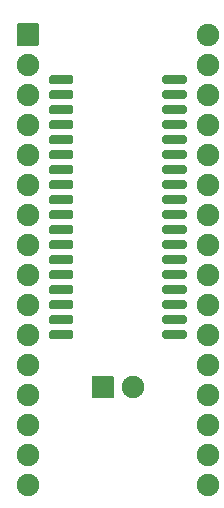
<source format=gts>
G04 #@! TF.GenerationSoftware,KiCad,Pcbnew,5.1.7-a382d34a8~87~ubuntu18.04.1*
G04 #@! TF.CreationDate,2020-10-26T15:35:19+00:00*
G04 #@! TF.ProjectId,ram_adapter_4l,72616d5f-6164-4617-9074-65725f346c2e,rev?*
G04 #@! TF.SameCoordinates,Original*
G04 #@! TF.FileFunction,Soldermask,Top*
G04 #@! TF.FilePolarity,Negative*
%FSLAX46Y46*%
G04 Gerber Fmt 4.6, Leading zero omitted, Abs format (unit mm)*
G04 Created by KiCad (PCBNEW 5.1.7-a382d34a8~87~ubuntu18.04.1) date 2020-10-26 15:35:19*
%MOMM*%
%LPD*%
G01*
G04 APERTURE LIST*
%ADD10O,1.900000X1.900000*%
%ADD11C,1.900000*%
G04 APERTURE END LIST*
D10*
X97790000Y-95885000D03*
G36*
G01*
X96100000Y-96835000D02*
X94400000Y-96835000D01*
G75*
G02*
X94300000Y-96735000I0J100000D01*
G01*
X94300000Y-95035000D01*
G75*
G02*
X94400000Y-94935000I100000J0D01*
G01*
X96100000Y-94935000D01*
G75*
G02*
X96200000Y-95035000I0J-100000D01*
G01*
X96200000Y-96735000D01*
G75*
G02*
X96100000Y-96835000I-100000J0D01*
G01*
G37*
G36*
G01*
X90670000Y-70050000D02*
X90670000Y-69650000D01*
G75*
G02*
X90870000Y-69450000I200000J0D01*
G01*
X92570000Y-69450000D01*
G75*
G02*
X92770000Y-69650000I0J-200000D01*
G01*
X92770000Y-70050000D01*
G75*
G02*
X92570000Y-70250000I-200000J0D01*
G01*
X90870000Y-70250000D01*
G75*
G02*
X90670000Y-70050000I0J200000D01*
G01*
G37*
G36*
G01*
X90670000Y-71320000D02*
X90670000Y-70920000D01*
G75*
G02*
X90870000Y-70720000I200000J0D01*
G01*
X92570000Y-70720000D01*
G75*
G02*
X92770000Y-70920000I0J-200000D01*
G01*
X92770000Y-71320000D01*
G75*
G02*
X92570000Y-71520000I-200000J0D01*
G01*
X90870000Y-71520000D01*
G75*
G02*
X90670000Y-71320000I0J200000D01*
G01*
G37*
G36*
G01*
X90670000Y-72590000D02*
X90670000Y-72190000D01*
G75*
G02*
X90870000Y-71990000I200000J0D01*
G01*
X92570000Y-71990000D01*
G75*
G02*
X92770000Y-72190000I0J-200000D01*
G01*
X92770000Y-72590000D01*
G75*
G02*
X92570000Y-72790000I-200000J0D01*
G01*
X90870000Y-72790000D01*
G75*
G02*
X90670000Y-72590000I0J200000D01*
G01*
G37*
G36*
G01*
X90670000Y-73860000D02*
X90670000Y-73460000D01*
G75*
G02*
X90870000Y-73260000I200000J0D01*
G01*
X92570000Y-73260000D01*
G75*
G02*
X92770000Y-73460000I0J-200000D01*
G01*
X92770000Y-73860000D01*
G75*
G02*
X92570000Y-74060000I-200000J0D01*
G01*
X90870000Y-74060000D01*
G75*
G02*
X90670000Y-73860000I0J200000D01*
G01*
G37*
G36*
G01*
X90670000Y-75130000D02*
X90670000Y-74730000D01*
G75*
G02*
X90870000Y-74530000I200000J0D01*
G01*
X92570000Y-74530000D01*
G75*
G02*
X92770000Y-74730000I0J-200000D01*
G01*
X92770000Y-75130000D01*
G75*
G02*
X92570000Y-75330000I-200000J0D01*
G01*
X90870000Y-75330000D01*
G75*
G02*
X90670000Y-75130000I0J200000D01*
G01*
G37*
G36*
G01*
X90670000Y-76400000D02*
X90670000Y-76000000D01*
G75*
G02*
X90870000Y-75800000I200000J0D01*
G01*
X92570000Y-75800000D01*
G75*
G02*
X92770000Y-76000000I0J-200000D01*
G01*
X92770000Y-76400000D01*
G75*
G02*
X92570000Y-76600000I-200000J0D01*
G01*
X90870000Y-76600000D01*
G75*
G02*
X90670000Y-76400000I0J200000D01*
G01*
G37*
G36*
G01*
X90670000Y-77670000D02*
X90670000Y-77270000D01*
G75*
G02*
X90870000Y-77070000I200000J0D01*
G01*
X92570000Y-77070000D01*
G75*
G02*
X92770000Y-77270000I0J-200000D01*
G01*
X92770000Y-77670000D01*
G75*
G02*
X92570000Y-77870000I-200000J0D01*
G01*
X90870000Y-77870000D01*
G75*
G02*
X90670000Y-77670000I0J200000D01*
G01*
G37*
G36*
G01*
X90670000Y-78940000D02*
X90670000Y-78540000D01*
G75*
G02*
X90870000Y-78340000I200000J0D01*
G01*
X92570000Y-78340000D01*
G75*
G02*
X92770000Y-78540000I0J-200000D01*
G01*
X92770000Y-78940000D01*
G75*
G02*
X92570000Y-79140000I-200000J0D01*
G01*
X90870000Y-79140000D01*
G75*
G02*
X90670000Y-78940000I0J200000D01*
G01*
G37*
G36*
G01*
X90670000Y-80210000D02*
X90670000Y-79810000D01*
G75*
G02*
X90870000Y-79610000I200000J0D01*
G01*
X92570000Y-79610000D01*
G75*
G02*
X92770000Y-79810000I0J-200000D01*
G01*
X92770000Y-80210000D01*
G75*
G02*
X92570000Y-80410000I-200000J0D01*
G01*
X90870000Y-80410000D01*
G75*
G02*
X90670000Y-80210000I0J200000D01*
G01*
G37*
G36*
G01*
X90670000Y-81480000D02*
X90670000Y-81080000D01*
G75*
G02*
X90870000Y-80880000I200000J0D01*
G01*
X92570000Y-80880000D01*
G75*
G02*
X92770000Y-81080000I0J-200000D01*
G01*
X92770000Y-81480000D01*
G75*
G02*
X92570000Y-81680000I-200000J0D01*
G01*
X90870000Y-81680000D01*
G75*
G02*
X90670000Y-81480000I0J200000D01*
G01*
G37*
G36*
G01*
X90670000Y-82750000D02*
X90670000Y-82350000D01*
G75*
G02*
X90870000Y-82150000I200000J0D01*
G01*
X92570000Y-82150000D01*
G75*
G02*
X92770000Y-82350000I0J-200000D01*
G01*
X92770000Y-82750000D01*
G75*
G02*
X92570000Y-82950000I-200000J0D01*
G01*
X90870000Y-82950000D01*
G75*
G02*
X90670000Y-82750000I0J200000D01*
G01*
G37*
G36*
G01*
X90670000Y-84020000D02*
X90670000Y-83620000D01*
G75*
G02*
X90870000Y-83420000I200000J0D01*
G01*
X92570000Y-83420000D01*
G75*
G02*
X92770000Y-83620000I0J-200000D01*
G01*
X92770000Y-84020000D01*
G75*
G02*
X92570000Y-84220000I-200000J0D01*
G01*
X90870000Y-84220000D01*
G75*
G02*
X90670000Y-84020000I0J200000D01*
G01*
G37*
G36*
G01*
X90670000Y-85290000D02*
X90670000Y-84890000D01*
G75*
G02*
X90870000Y-84690000I200000J0D01*
G01*
X92570000Y-84690000D01*
G75*
G02*
X92770000Y-84890000I0J-200000D01*
G01*
X92770000Y-85290000D01*
G75*
G02*
X92570000Y-85490000I-200000J0D01*
G01*
X90870000Y-85490000D01*
G75*
G02*
X90670000Y-85290000I0J200000D01*
G01*
G37*
G36*
G01*
X90670000Y-86560000D02*
X90670000Y-86160000D01*
G75*
G02*
X90870000Y-85960000I200000J0D01*
G01*
X92570000Y-85960000D01*
G75*
G02*
X92770000Y-86160000I0J-200000D01*
G01*
X92770000Y-86560000D01*
G75*
G02*
X92570000Y-86760000I-200000J0D01*
G01*
X90870000Y-86760000D01*
G75*
G02*
X90670000Y-86560000I0J200000D01*
G01*
G37*
G36*
G01*
X90670000Y-87830000D02*
X90670000Y-87430000D01*
G75*
G02*
X90870000Y-87230000I200000J0D01*
G01*
X92570000Y-87230000D01*
G75*
G02*
X92770000Y-87430000I0J-200000D01*
G01*
X92770000Y-87830000D01*
G75*
G02*
X92570000Y-88030000I-200000J0D01*
G01*
X90870000Y-88030000D01*
G75*
G02*
X90670000Y-87830000I0J200000D01*
G01*
G37*
G36*
G01*
X90670000Y-89100000D02*
X90670000Y-88700000D01*
G75*
G02*
X90870000Y-88500000I200000J0D01*
G01*
X92570000Y-88500000D01*
G75*
G02*
X92770000Y-88700000I0J-200000D01*
G01*
X92770000Y-89100000D01*
G75*
G02*
X92570000Y-89300000I-200000J0D01*
G01*
X90870000Y-89300000D01*
G75*
G02*
X90670000Y-89100000I0J200000D01*
G01*
G37*
G36*
G01*
X90670000Y-90370000D02*
X90670000Y-89970000D01*
G75*
G02*
X90870000Y-89770000I200000J0D01*
G01*
X92570000Y-89770000D01*
G75*
G02*
X92770000Y-89970000I0J-200000D01*
G01*
X92770000Y-90370000D01*
G75*
G02*
X92570000Y-90570000I-200000J0D01*
G01*
X90870000Y-90570000D01*
G75*
G02*
X90670000Y-90370000I0J200000D01*
G01*
G37*
G36*
G01*
X90670000Y-91640000D02*
X90670000Y-91240000D01*
G75*
G02*
X90870000Y-91040000I200000J0D01*
G01*
X92570000Y-91040000D01*
G75*
G02*
X92770000Y-91240000I0J-200000D01*
G01*
X92770000Y-91640000D01*
G75*
G02*
X92570000Y-91840000I-200000J0D01*
G01*
X90870000Y-91840000D01*
G75*
G02*
X90670000Y-91640000I0J200000D01*
G01*
G37*
G36*
G01*
X100270000Y-91640000D02*
X100270000Y-91240000D01*
G75*
G02*
X100470000Y-91040000I200000J0D01*
G01*
X102170000Y-91040000D01*
G75*
G02*
X102370000Y-91240000I0J-200000D01*
G01*
X102370000Y-91640000D01*
G75*
G02*
X102170000Y-91840000I-200000J0D01*
G01*
X100470000Y-91840000D01*
G75*
G02*
X100270000Y-91640000I0J200000D01*
G01*
G37*
G36*
G01*
X100270000Y-90370000D02*
X100270000Y-89970000D01*
G75*
G02*
X100470000Y-89770000I200000J0D01*
G01*
X102170000Y-89770000D01*
G75*
G02*
X102370000Y-89970000I0J-200000D01*
G01*
X102370000Y-90370000D01*
G75*
G02*
X102170000Y-90570000I-200000J0D01*
G01*
X100470000Y-90570000D01*
G75*
G02*
X100270000Y-90370000I0J200000D01*
G01*
G37*
G36*
G01*
X100270000Y-89100000D02*
X100270000Y-88700000D01*
G75*
G02*
X100470000Y-88500000I200000J0D01*
G01*
X102170000Y-88500000D01*
G75*
G02*
X102370000Y-88700000I0J-200000D01*
G01*
X102370000Y-89100000D01*
G75*
G02*
X102170000Y-89300000I-200000J0D01*
G01*
X100470000Y-89300000D01*
G75*
G02*
X100270000Y-89100000I0J200000D01*
G01*
G37*
G36*
G01*
X100270000Y-87830000D02*
X100270000Y-87430000D01*
G75*
G02*
X100470000Y-87230000I200000J0D01*
G01*
X102170000Y-87230000D01*
G75*
G02*
X102370000Y-87430000I0J-200000D01*
G01*
X102370000Y-87830000D01*
G75*
G02*
X102170000Y-88030000I-200000J0D01*
G01*
X100470000Y-88030000D01*
G75*
G02*
X100270000Y-87830000I0J200000D01*
G01*
G37*
G36*
G01*
X100270000Y-86560000D02*
X100270000Y-86160000D01*
G75*
G02*
X100470000Y-85960000I200000J0D01*
G01*
X102170000Y-85960000D01*
G75*
G02*
X102370000Y-86160000I0J-200000D01*
G01*
X102370000Y-86560000D01*
G75*
G02*
X102170000Y-86760000I-200000J0D01*
G01*
X100470000Y-86760000D01*
G75*
G02*
X100270000Y-86560000I0J200000D01*
G01*
G37*
G36*
G01*
X100270000Y-85290000D02*
X100270000Y-84890000D01*
G75*
G02*
X100470000Y-84690000I200000J0D01*
G01*
X102170000Y-84690000D01*
G75*
G02*
X102370000Y-84890000I0J-200000D01*
G01*
X102370000Y-85290000D01*
G75*
G02*
X102170000Y-85490000I-200000J0D01*
G01*
X100470000Y-85490000D01*
G75*
G02*
X100270000Y-85290000I0J200000D01*
G01*
G37*
G36*
G01*
X100270000Y-84020000D02*
X100270000Y-83620000D01*
G75*
G02*
X100470000Y-83420000I200000J0D01*
G01*
X102170000Y-83420000D01*
G75*
G02*
X102370000Y-83620000I0J-200000D01*
G01*
X102370000Y-84020000D01*
G75*
G02*
X102170000Y-84220000I-200000J0D01*
G01*
X100470000Y-84220000D01*
G75*
G02*
X100270000Y-84020000I0J200000D01*
G01*
G37*
G36*
G01*
X100270000Y-82750000D02*
X100270000Y-82350000D01*
G75*
G02*
X100470000Y-82150000I200000J0D01*
G01*
X102170000Y-82150000D01*
G75*
G02*
X102370000Y-82350000I0J-200000D01*
G01*
X102370000Y-82750000D01*
G75*
G02*
X102170000Y-82950000I-200000J0D01*
G01*
X100470000Y-82950000D01*
G75*
G02*
X100270000Y-82750000I0J200000D01*
G01*
G37*
G36*
G01*
X100270000Y-81480000D02*
X100270000Y-81080000D01*
G75*
G02*
X100470000Y-80880000I200000J0D01*
G01*
X102170000Y-80880000D01*
G75*
G02*
X102370000Y-81080000I0J-200000D01*
G01*
X102370000Y-81480000D01*
G75*
G02*
X102170000Y-81680000I-200000J0D01*
G01*
X100470000Y-81680000D01*
G75*
G02*
X100270000Y-81480000I0J200000D01*
G01*
G37*
G36*
G01*
X100270000Y-80210000D02*
X100270000Y-79810000D01*
G75*
G02*
X100470000Y-79610000I200000J0D01*
G01*
X102170000Y-79610000D01*
G75*
G02*
X102370000Y-79810000I0J-200000D01*
G01*
X102370000Y-80210000D01*
G75*
G02*
X102170000Y-80410000I-200000J0D01*
G01*
X100470000Y-80410000D01*
G75*
G02*
X100270000Y-80210000I0J200000D01*
G01*
G37*
G36*
G01*
X100270000Y-78940000D02*
X100270000Y-78540000D01*
G75*
G02*
X100470000Y-78340000I200000J0D01*
G01*
X102170000Y-78340000D01*
G75*
G02*
X102370000Y-78540000I0J-200000D01*
G01*
X102370000Y-78940000D01*
G75*
G02*
X102170000Y-79140000I-200000J0D01*
G01*
X100470000Y-79140000D01*
G75*
G02*
X100270000Y-78940000I0J200000D01*
G01*
G37*
G36*
G01*
X100270000Y-77670000D02*
X100270000Y-77270000D01*
G75*
G02*
X100470000Y-77070000I200000J0D01*
G01*
X102170000Y-77070000D01*
G75*
G02*
X102370000Y-77270000I0J-200000D01*
G01*
X102370000Y-77670000D01*
G75*
G02*
X102170000Y-77870000I-200000J0D01*
G01*
X100470000Y-77870000D01*
G75*
G02*
X100270000Y-77670000I0J200000D01*
G01*
G37*
G36*
G01*
X100270000Y-76400000D02*
X100270000Y-76000000D01*
G75*
G02*
X100470000Y-75800000I200000J0D01*
G01*
X102170000Y-75800000D01*
G75*
G02*
X102370000Y-76000000I0J-200000D01*
G01*
X102370000Y-76400000D01*
G75*
G02*
X102170000Y-76600000I-200000J0D01*
G01*
X100470000Y-76600000D01*
G75*
G02*
X100270000Y-76400000I0J200000D01*
G01*
G37*
G36*
G01*
X100270000Y-75130000D02*
X100270000Y-74730000D01*
G75*
G02*
X100470000Y-74530000I200000J0D01*
G01*
X102170000Y-74530000D01*
G75*
G02*
X102370000Y-74730000I0J-200000D01*
G01*
X102370000Y-75130000D01*
G75*
G02*
X102170000Y-75330000I-200000J0D01*
G01*
X100470000Y-75330000D01*
G75*
G02*
X100270000Y-75130000I0J200000D01*
G01*
G37*
G36*
G01*
X100270000Y-73860000D02*
X100270000Y-73460000D01*
G75*
G02*
X100470000Y-73260000I200000J0D01*
G01*
X102170000Y-73260000D01*
G75*
G02*
X102370000Y-73460000I0J-200000D01*
G01*
X102370000Y-73860000D01*
G75*
G02*
X102170000Y-74060000I-200000J0D01*
G01*
X100470000Y-74060000D01*
G75*
G02*
X100270000Y-73860000I0J200000D01*
G01*
G37*
G36*
G01*
X100270000Y-72590000D02*
X100270000Y-72190000D01*
G75*
G02*
X100470000Y-71990000I200000J0D01*
G01*
X102170000Y-71990000D01*
G75*
G02*
X102370000Y-72190000I0J-200000D01*
G01*
X102370000Y-72590000D01*
G75*
G02*
X102170000Y-72790000I-200000J0D01*
G01*
X100470000Y-72790000D01*
G75*
G02*
X100270000Y-72590000I0J200000D01*
G01*
G37*
G36*
G01*
X100270000Y-71320000D02*
X100270000Y-70920000D01*
G75*
G02*
X100470000Y-70720000I200000J0D01*
G01*
X102170000Y-70720000D01*
G75*
G02*
X102370000Y-70920000I0J-200000D01*
G01*
X102370000Y-71320000D01*
G75*
G02*
X102170000Y-71520000I-200000J0D01*
G01*
X100470000Y-71520000D01*
G75*
G02*
X100270000Y-71320000I0J200000D01*
G01*
G37*
G36*
G01*
X100270000Y-70050000D02*
X100270000Y-69650000D01*
G75*
G02*
X100470000Y-69450000I200000J0D01*
G01*
X102170000Y-69450000D01*
G75*
G02*
X102370000Y-69650000I0J-200000D01*
G01*
X102370000Y-70050000D01*
G75*
G02*
X102170000Y-70250000I-200000J0D01*
G01*
X100470000Y-70250000D01*
G75*
G02*
X100270000Y-70050000I0J200000D01*
G01*
G37*
X104140000Y-104140000D03*
X104140000Y-101600000D03*
X104140000Y-99060000D03*
X104140000Y-96520000D03*
X104140000Y-93980000D03*
X104140000Y-91440000D03*
X104140000Y-88900000D03*
X104140000Y-86360000D03*
X104140000Y-83820000D03*
X104140000Y-81280000D03*
X104140000Y-78740000D03*
X104140000Y-76200000D03*
X104140000Y-73660000D03*
X104140000Y-71120000D03*
X104140000Y-68580000D03*
D11*
X104140000Y-66040000D03*
D10*
X88900000Y-104140000D03*
X88900000Y-101600000D03*
X88900000Y-99060000D03*
X88900000Y-96520000D03*
X88900000Y-93980000D03*
X88900000Y-91440000D03*
X88900000Y-88900000D03*
X88900000Y-86360000D03*
X88900000Y-83820000D03*
X88900000Y-81280000D03*
X88900000Y-78740000D03*
X88900000Y-76200000D03*
X88900000Y-73660000D03*
X88900000Y-71120000D03*
X88900000Y-68580000D03*
G36*
G01*
X89850000Y-65190000D02*
X89850000Y-66890000D01*
G75*
G02*
X89750000Y-66990000I-100000J0D01*
G01*
X88050000Y-66990000D01*
G75*
G02*
X87950000Y-66890000I0J100000D01*
G01*
X87950000Y-65190000D01*
G75*
G02*
X88050000Y-65090000I100000J0D01*
G01*
X89750000Y-65090000D01*
G75*
G02*
X89850000Y-65190000I0J-100000D01*
G01*
G37*
M02*

</source>
